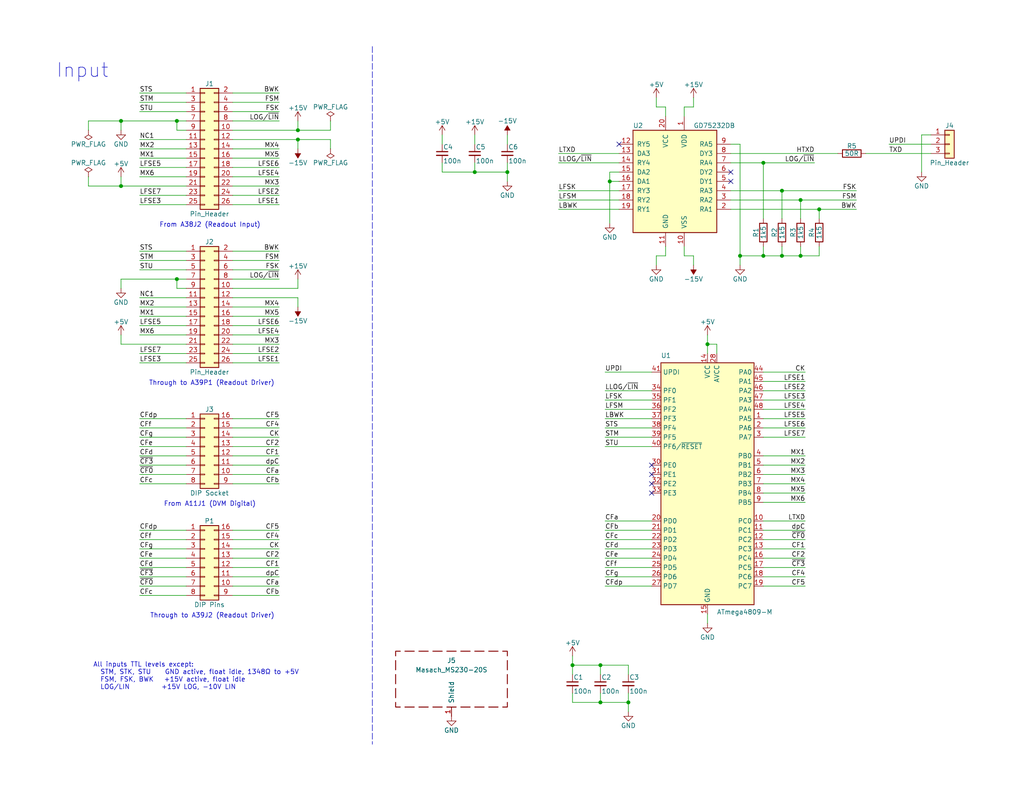
<source format=kicad_sch>
(kicad_sch (version 20211123) (generator eeschema)
  (paper "USLetter")
  (title_block (title "HP8565A Front Panel to Serial") (date "2023-07-06") (rev "1.0") (company "© 2023 Sam Hanes, licensed under CERN-OHL-P v2") (comment 1 "https://github.com/Elemecca/hp8565"))
  (lib_symbols
    (symbol "Connector_Generic:Conn_01x03" (pin_names (offset 1.016) hide)
      (property "Reference" "J" (at 0 5.08 0))
      (property "Value" "Conn_01x03" (at 0 -5.08 0))
      (symbol "Conn_01x03_1_1"
        (rectangle (start -1.27 -2.413) (end 0 -2.667) (stroke (width 0.1524)))
        (rectangle (start -1.27 0.127) (end 0 -0.127) (stroke (width 0.1524)))
        (rectangle (start -1.27 2.667) (end 0 2.413) (stroke (width 0.1524)))
        (rectangle (start -1.27 3.81) (end 1.27 -3.81) (stroke (width 0.254)) (fill (type background)))
        (pin passive line (at -5.08 2.54 0) (length 3.81) (name "Pin_1") (number "1"))
        (pin passive line (at -5.08 0 0) (length 3.81) (name "Pin_2") (number "2"))
        (pin passive line (at -5.08 -2.54 0) (length 3.81) (name "Pin_3") (number "3"))
      )
    )
    (symbol "Connector_Generic:Conn_02x08_Counter_Clockwise" (pin_names (offset 1.016) hide)
      (property "Reference" "J" (at 1.27 10.16 0))
      (property "Value" "Conn_02x08_Counter_Clockwise" (at 1.27 -12.7 0))
      (symbol "Conn_02x08_Counter_Clockwise_1_1"
        (rectangle (start -1.27 -10.033) (end 0 -10.287) (stroke (width 0.1524)))
        (rectangle (start -1.27 -7.493) (end 0 -7.747) (stroke (width 0.1524)))
        (rectangle (start -1.27 -4.953) (end 0 -5.207) (stroke (width 0.1524)))
        (rectangle (start -1.27 -2.413) (end 0 -2.667) (stroke (width 0.1524)))
        (rectangle (start -1.27 0.127) (end 0 -0.127) (stroke (width 0.1524)))
        (rectangle (start -1.27 2.667) (end 0 2.413) (stroke (width 0.1524)))
        (rectangle (start -1.27 5.207) (end 0 4.953) (stroke (width 0.1524)))
        (rectangle (start -1.27 7.747) (end 0 7.493) (stroke (width 0.1524)))
        (rectangle (start -1.27 8.89) (end 3.81 -11.43) (stroke (width 0.254)) (fill (type background)))
        (rectangle (start 3.81 -10.033) (end 2.54 -10.287) (stroke (width 0.1524)))
        (rectangle (start 3.81 -7.493) (end 2.54 -7.747) (stroke (width 0.1524)))
        (rectangle (start 3.81 -4.953) (end 2.54 -5.207) (stroke (width 0.1524)))
        (rectangle (start 3.81 -2.413) (end 2.54 -2.667) (stroke (width 0.1524)))
        (rectangle (start 3.81 0.127) (end 2.54 -0.127) (stroke (width 0.1524)))
        (rectangle (start 3.81 2.667) (end 2.54 2.413) (stroke (width 0.1524)))
        (rectangle (start 3.81 5.207) (end 2.54 4.953) (stroke (width 0.1524)))
        (rectangle (start 3.81 7.747) (end 2.54 7.493) (stroke (width 0.1524)))
        (pin passive line (at -5.08 7.62 0) (length 3.81) (name "Pin_1") (number "1"))
        (pin passive line (at 7.62 -7.62 180) (length 3.81) (name "Pin_10") (number "10"))
        (pin passive line (at 7.62 -5.08 180) (length 3.81) (name "Pin_11") (number "11"))
        (pin passive line (at 7.62 -2.54 180) (length 3.81) (name "Pin_12") (number "12"))
        (pin passive line (at 7.62 0 180) (length 3.81) (name "Pin_13") (number "13"))
        (pin passive line (at 7.62 2.54 180) (length 3.81) (name "Pin_14") (number "14"))
        (pin passive line (at 7.62 5.08 180) (length 3.81) (name "Pin_15") (number "15"))
        (pin passive line (at 7.62 7.62 180) (length 3.81) (name "Pin_16") (number "16"))
        (pin passive line (at -5.08 5.08 0) (length 3.81) (name "Pin_2") (number "2"))
        (pin passive line (at -5.08 2.54 0) (length 3.81) (name "Pin_3") (number "3"))
        (pin passive line (at -5.08 0 0) (length 3.81) (name "Pin_4") (number "4"))
        (pin passive line (at -5.08 -2.54 0) (length 3.81) (name "Pin_5") (number "5"))
        (pin passive line (at -5.08 -5.08 0) (length 3.81) (name "Pin_6") (number "6"))
        (pin passive line (at -5.08 -7.62 0) (length 3.81) (name "Pin_7") (number "7"))
        (pin passive line (at -5.08 -10.16 0) (length 3.81) (name "Pin_8") (number "8"))
        (pin passive line (at 7.62 -10.16 180) (length 3.81) (name "Pin_9") (number "9"))
      )
    )
    (symbol "Connector_Generic:Conn_02x13_Odd_Even" (pin_names (offset 1.016) hide)
      (property "Reference" "J" (at 1.27 17.78 0))
      (property "Value" "Conn_02x13_Odd_Even" (at 1.27 -17.78 0))
      (symbol "Conn_02x13_Odd_Even_1_1"
        (rectangle (start -1.27 -15.113) (end 0 -15.367) (stroke (width 0.1524)))
        (rectangle (start -1.27 -12.573) (end 0 -12.827) (stroke (width 0.1524)))
        (rectangle (start -1.27 -10.033) (end 0 -10.287) (stroke (width 0.1524)))
        (rectangle (start -1.27 -7.493) (end 0 -7.747) (stroke (width 0.1524)))
        (rectangle (start -1.27 -4.953) (end 0 -5.207) (stroke (width 0.1524)))
        (rectangle (start -1.27 -2.413) (end 0 -2.667) (stroke (width 0.1524)))
        (rectangle (start -1.27 0.127) (end 0 -0.127) (stroke (width 0.1524)))
        (rectangle (start -1.27 2.667) (end 0 2.413) (stroke (width 0.1524)))
        (rectangle (start -1.27 5.207) (end 0 4.953) (stroke (width 0.1524)))
        (rectangle (start -1.27 7.747) (end 0 7.493) (stroke (width 0.1524)))
        (rectangle (start -1.27 10.287) (end 0 10.033) (stroke (width 0.1524)))
        (rectangle (start -1.27 12.827) (end 0 12.573) (stroke (width 0.1524)))
        (rectangle (start -1.27 15.367) (end 0 15.113) (stroke (width 0.1524)))
        (rectangle (start -1.27 16.51) (end 3.81 -16.51) (stroke (width 0.254)) (fill (type background)))
        (rectangle (start 3.81 -15.113) (end 2.54 -15.367) (stroke (width 0.1524)))
        (rectangle (start 3.81 -12.573) (end 2.54 -12.827) (stroke (width 0.1524)))
        (rectangle (start 3.81 -10.033) (end 2.54 -10.287) (stroke (width 0.1524)))
        (rectangle (start 3.81 -7.493) (end 2.54 -7.747) (stroke (width 0.1524)))
        (rectangle (start 3.81 -4.953) (end 2.54 -5.207) (stroke (width 0.1524)))
        (rectangle (start 3.81 -2.413) (end 2.54 -2.667) (stroke (width 0.1524)))
        (rectangle (start 3.81 0.127) (end 2.54 -0.127) (stroke (width 0.1524)))
        (rectangle (start 3.81 2.667) (end 2.54 2.413) (stroke (width 0.1524)))
        (rectangle (start 3.81 5.207) (end 2.54 4.953) (stroke (width 0.1524)))
        (rectangle (start 3.81 7.747) (end 2.54 7.493) (stroke (width 0.1524)))
        (rectangle (start 3.81 10.287) (end 2.54 10.033) (stroke (width 0.1524)))
        (rectangle (start 3.81 12.827) (end 2.54 12.573) (stroke (width 0.1524)))
        (rectangle (start 3.81 15.367) (end 2.54 15.113) (stroke (width 0.1524)))
        (pin passive line (at -5.08 15.24 0) (length 3.81) (name "Pin_1") (number "1"))
        (pin passive line (at 7.62 5.08 180) (length 3.81) (name "Pin_10") (number "10"))
        (pin passive line (at -5.08 2.54 0) (length 3.81) (name "Pin_11") (number "11"))
        (pin passive line (at 7.62 2.54 180) (length 3.81) (name "Pin_12") (number "12"))
        (pin passive line (at -5.08 0 0) (length 3.81) (name "Pin_13") (number "13"))
        (pin passive line (at 7.62 0 180) (length 3.81) (name "Pin_14") (number "14"))
        (pin passive line (at -5.08 -2.54 0) (length 3.81) (name "Pin_15") (number "15"))
        (pin passive line (at 7.62 -2.54 180) (length 3.81) (name "Pin_16") (number "16"))
        (pin passive line (at -5.08 -5.08 0) (length 3.81) (name "Pin_17") (number "17"))
        (pin passive line (at 7.62 -5.08 180) (length 3.81) (name "Pin_18") (number "18"))
        (pin passive line (at -5.08 -7.62 0) (length 3.81) (name "Pin_19") (number "19"))
        (pin passive line (at 7.62 15.24 180) (length 3.81) (name "Pin_2") (number "2"))
        (pin passive line (at 7.62 -7.62 180) (length 3.81) (name "Pin_20") (number "20"))
        (pin passive line (at -5.08 -10.16 0) (length 3.81) (name "Pin_21") (number "21"))
        (pin passive line (at 7.62 -10.16 180) (length 3.81) (name "Pin_22") (number "22"))
        (pin passive line (at -5.08 -12.7 0) (length 3.81) (name "Pin_23") (number "23"))
        (pin passive line (at 7.62 -12.7 180) (length 3.81) (name "Pin_24") (number "24"))
        (pin passive line (at -5.08 -15.24 0) (length 3.81) (name "Pin_25") (number "25"))
        (pin passive line (at 7.62 -15.24 180) (length 3.81) (name "Pin_26") (number "26"))
        (pin passive line (at -5.08 12.7 0) (length 3.81) (name "Pin_3") (number "3"))
        (pin passive line (at 7.62 12.7 180) (length 3.81) (name "Pin_4") (number "4"))
        (pin passive line (at -5.08 10.16 0) (length 3.81) (name "Pin_5") (number "5"))
        (pin passive line (at 7.62 10.16 180) (length 3.81) (name "Pin_6") (number "6"))
        (pin passive line (at -5.08 7.62 0) (length 3.81) (name "Pin_7") (number "7"))
        (pin passive line (at 7.62 7.62 180) (length 3.81) (name "Pin_8") (number "8"))
        (pin passive line (at -5.08 5.08 0) (length 3.81) (name "Pin_9") (number "9"))
      )
    )
    (symbol "Device:C_Small" (pin_numbers hide) (pin_names (offset 0.254) hide)
      (property "Reference" "C" (at 0.254 1.778 0))
      (property "Value" "C_Small" (at 0.254 -2.032 0))
      (symbol "C_Small_0_1"
        (polyline (pts (xy -1.524 -0.508) (xy 1.524 -0.508)) (stroke (width 0.3302)))
        (polyline (pts (xy -1.524 0.508) (xy 1.524 0.508)) (stroke (width 0.3048)))
      )
      (symbol "C_Small_1_1"
        (pin passive line (at 0 2.54 270) (length 2.032) (name "~") (number "1"))
        (pin passive line (at 0 -2.54 90) (length 2.032) (name "~") (number "2"))
      )
    )
    (symbol "Device:R" (pin_numbers hide) (pin_names (offset 0))
      (property "Reference" "R" (at 2.032 0 90))
      (property "Value" "R" (at 0 0 90))
      (symbol "R_0_1"
        (rectangle (start -1.016 -2.54) (end 1.016 2.54) (stroke (width 0.254)))
      )
      (symbol "R_1_1"
        (pin passive line (at 0 3.81 270) (length 1.27) (name "~") (number "1"))
        (pin passive line (at 0 -3.81 90) (length 1.27) (name "~") (number "2"))
      )
    )
    (symbol "Device:RFShield_OnePiece" (pin_names (offset 1.016))
      (property "Reference" "J" (at 0 5.08 0))
      (property "Value" "RFShield_OnePiece" (at 0 2.54 0))
      (symbol "RFShield_OnePiece_0_1"
        (polyline (pts (xy -15.24 -5.08) (xy -15.24 -2.54)) (stroke (width 0.254)))
        (polyline (pts (xy -15.24 -1.27) (xy -15.24 1.27)) (stroke (width 0.254)))
        (polyline (pts (xy -15.24 2.54) (xy -15.24 5.08)) (stroke (width 0.254)))
        (polyline (pts (xy -12.7 7.62) (xy -10.16 7.62)) (stroke (width 0.254)))
        (polyline (pts (xy -10.16 -7.62) (xy -12.7 -7.62)) (stroke (width 0.254)))
        (polyline (pts (xy -6.35 -7.62) (xy -8.89 -7.62)) (stroke (width 0.254)))
        (polyline (pts (xy -6.35 7.62) (xy -8.89 7.62)) (stroke (width 0.254)))
        (polyline (pts (xy -2.54 -7.62) (xy -5.08 -7.62)) (stroke (width 0.254)))
        (polyline (pts (xy -2.54 7.62) (xy -5.08 7.62)) (stroke (width 0.254)))
        (polyline (pts (xy -1.27 -7.62) (xy 1.27 -7.62)) (stroke (width 0.254)))
        (polyline (pts (xy 1.27 7.62) (xy -1.27 7.62)) (stroke (width 0.254)))
        (polyline (pts (xy 2.54 -7.62) (xy 5.08 -7.62)) (stroke (width 0.254)))
        (polyline (pts (xy 5.08 7.62) (xy 2.54 7.62)) (stroke (width 0.254)))
        (polyline (pts (xy 6.35 -7.62) (xy 8.89 -7.62)) (stroke (width 0.254)))
        (polyline (pts (xy 8.89 7.62) (xy 6.35 7.62)) (stroke (width 0.254)))
        (polyline (pts (xy 10.16 -7.62) (xy 12.7 -7.62)) (stroke (width 0.254)))
        (polyline (pts (xy 12.7 7.62) (xy 10.16 7.62)) (stroke (width 0.254)))
        (polyline (pts (xy 15.24 -5.08) (xy 15.24 -2.54)) (stroke (width 0.254)))
        (polyline (pts (xy 15.24 -1.27) (xy 15.24 1.27)) (stroke (width 0.254)))
        (polyline (pts (xy 15.24 2.54) (xy 15.24 5.08)) (stroke (width 0.254)))
        (polyline (pts (xy -15.24 6.35) (xy -15.24 7.62) (xy -13.97 7.62)) (stroke (width 0.254)))
        (polyline (pts (xy -13.97 -7.62) (xy -15.24 -7.62) (xy -15.24 -6.35)) (stroke (width 0.254)))
        (polyline (pts (xy 13.97 -7.62) (xy 15.24 -7.62) (xy 15.24 -6.35)) (stroke (width 0.254)))
        (polyline (pts (xy 15.24 6.35) (xy 15.24 7.62) (xy 13.97 7.62)) (stroke (width 0.254)))
      )
      (symbol "RFShield_OnePiece_1_1"
        (pin passive line (at 0 -10.16 90) (length 2.54) (name "Shield") (number "1"))
      )
    )
    (symbol "Interface_UART:GD75232DB" (pin_names (offset 1.016))
      (property "Reference" "U" (at -11.43 15.24 0))
      (property "Value" "GD75232DB" (at 5.08 15.24 0))
      (symbol "GD75232DB_0_1"
        (rectangle (start -11.43 13.97) (end 11.43 -13.97) (stroke (width 0.254)) (fill (type background)))
      )
      (symbol "GD75232DB_1_1"
        (pin power_in line (at 2.54 17.78 270) (length 3.81) (name "VDD") (number "1"))
        (pin power_in line (at 2.54 -17.78 90) (length 3.81) (name "VSS") (number "10"))
        (pin power_in line (at -2.54 -17.78 90) (length 3.81) (name "GND") (number "11"))
        (pin output line (at -15.24 10.16 0) (length 3.81) (name "RY5") (number "12"))
        (pin input line (at -15.24 7.62 0) (length 3.81) (name "DA3") (number "13"))
        (pin output line (at -15.24 5.08 0) (length 3.81) (name "RY4") (number "14"))
        (pin input line (at -15.24 2.54 0) (length 3.81) (name "DA2") (number "15"))
        (pin input line (at -15.24 0 0) (length 3.81) (name "DA1") (number "16"))
        (pin output line (at -15.24 -2.54 0) (length 3.81) (name "RY3") (number "17"))
        (pin output line (at -15.24 -5.08 0) (length 3.81) (name "RY2") (number "18"))
        (pin output line (at -15.24 -7.62 0) (length 3.81) (name "RY1") (number "19"))
        (pin input line (at 15.24 -7.62 180) (length 3.81) (name "RA1") (number "2"))
        (pin power_in line (at -2.54 17.78 270) (length 3.81) (name "VCC") (number "20"))
        (pin input line (at 15.24 -5.08 180) (length 3.81) (name "RA2") (number "3"))
        (pin input line (at 15.24 -2.54 180) (length 3.81) (name "RA3") (number "4"))
        (pin output line (at 15.24 0 180) (length 3.81) (name "DY1") (number "5"))
        (pin output line (at 15.24 2.54 180) (length 3.81) (name "DY2") (number "6"))
        (pin input line (at 15.24 5.08 180) (length 3.81) (name "RA4") (number "7"))
        (pin output line (at 15.24 7.62 180) (length 3.81) (name "DY3") (number "8"))
        (pin input line (at 15.24 10.16 180) (length 3.81) (name "RA5") (number "9"))
      )
    )
    (symbol "MCU_Microchip_ATmega:ATmega4809-M"
      (property "Reference" "U" (at -12.7 34.29 0))
      (property "Value" "ATmega4809-M" (at 2.54 -34.29 0))
      (symbol "ATmega4809-M_0_1"
        (rectangle (start -12.7 -33.02) (end 12.7 33.02) (stroke (width 0.254)) (fill (type background)))
      )
      (symbol "ATmega4809-M_1_1"
        (pin bidirectional line (at 15.24 17.78 180) (length 2.54) (name "PA5") (number "1"))
        (pin bidirectional line (at 15.24 -10.16 180) (length 2.54) (name "PC0") (number "10"))
        (pin bidirectional line (at 15.24 -12.7 180) (length 2.54) (name "PC1") (number "11"))
        (pin bidirectional line (at 15.24 -15.24 180) (length 2.54) (name "PC2") (number "12"))
        (pin bidirectional line (at 15.24 -17.78 180) (length 2.54) (name "PC3") (number "13"))
        (pin power_in line (at 0 35.56 270) (length 2.54) (name "VCC") (number "14"))
        (pin power_in line (at 0 -35.56 90) (length 2.54) (name "GND") (number "15"))
        (pin bidirectional line (at 15.24 -20.32 180) (length 2.54) (name "PC4") (number "16"))
        (pin bidirectional line (at 15.24 -22.86 180) (length 2.54) (name "PC5") (number "17"))
        (pin bidirectional line (at 15.24 -25.4 180) (length 2.54) (name "PC6") (number "18"))
        (pin bidirectional line (at 15.24 -27.94 180) (length 2.54) (name "PC7") (number "19"))
        (pin bidirectional line (at 15.24 15.24 180) (length 2.54) (name "PA6") (number "2"))
        (pin bidirectional line (at -15.24 -10.16 0) (length 2.54) (name "PD0") (number "20"))
        (pin bidirectional line (at -15.24 -12.7 0) (length 2.54) (name "PD1") (number "21"))
        (pin bidirectional line (at -15.24 -15.24 0) (length 2.54) (name "PD2") (number "22"))
        (pin bidirectional line (at -15.24 -17.78 0) (length 2.54) (name "PD3") (number "23"))
        (pin bidirectional line (at -15.24 -20.32 0) (length 2.54) (name "PD4") (number "24"))
        (pin bidirectional line (at -15.24 -22.86 0) (length 2.54) (name "PD5") (number "25"))
        (pin bidirectional line (at -15.24 -25.4 0) (length 2.54) (name "PD6") (number "26"))
        (pin bidirectional line (at -15.24 -27.94 0) (length 2.54) (name "PD7") (number "27"))
        (pin power_in line (at 2.54 35.56 270) (length 2.54) (name "AVCC") (number "28"))
        (pin passive line (at 0 -35.56 90) (length 2.54) hide (name "GND") (number "29"))
        (pin bidirectional line (at 15.24 12.7 180) (length 2.54) (name "PA7") (number "3"))
        (pin bidirectional line (at -15.24 5.08 0) (length 2.54) (name "PE0") (number "30"))
        (pin bidirectional line (at -15.24 2.54 0) (length 2.54) (name "PE1") (number "31"))
        (pin bidirectional line (at -15.24 0 0) (length 2.54) (name "PE2") (number "32"))
        (pin bidirectional line (at -15.24 -2.54 0) (length 2.54) (name "PE3") (number "33"))
        (pin bidirectional line (at -15.24 25.4 0) (length 2.54) (name "PF0") (number "34"))
        (pin bidirectional line (at -15.24 22.86 0) (length 2.54) (name "PF1") (number "35"))
        (pin bidirectional line (at -15.24 20.32 0) (length 2.54) (name "PF2") (number "36"))
        (pin bidirectional line (at -15.24 17.78 0) (length 2.54) (name "PF3") (number "37"))
        (pin bidirectional line (at -15.24 15.24 0) (length 2.54) (name "PF4") (number "38"))
        (pin bidirectional line (at -15.24 12.7 0) (length 2.54) (name "PF5") (number "39"))
        (pin bidirectional line (at 15.24 7.62 180) (length 2.54) (name "PB0") (number "4"))
        (pin bidirectional line (at -15.24 10.16 0) (length 2.54) (name "PF6/~{RESET}") (number "40"))
        (pin bidirectional line (at -15.24 30.48 0) (length 2.54) (name "UPDI") (number "41"))
        (pin passive line (at 0 35.56 270) (length 2.54) hide (name "VCC") (number "42"))
        (pin passive line (at 0 -35.56 90) (length 2.54) hide (name "GND") (number "43"))
        (pin bidirectional line (at 15.24 30.48 180) (length 2.54) (name "PA0") (number "44"))
        (pin bidirectional line (at 15.24 27.94 180) (length 2.54) (name "PA1") (number "45"))
        (pin bidirectional line (at 15.24 25.4 180) (length 2.54) (name "PA2") (number "46"))
        (pin bidirectional line (at 15.24 22.86 180) (length 2.54) (name "PA3") (number "47"))
        (pin bidirectional line (at 15.24 20.32 180) (length 2.54) (name "PA4") (number "48"))
        (pin passive line (at 0 -35.56 90) (length 2.54) hide (name "GND") (number "49"))
        (pin bidirectional line (at 15.24 5.08 180) (length 2.54) (name "PB1") (number "5"))
        (pin bidirectional line (at 15.24 2.54 180) (length 2.54) (name "PB2") (number "6"))
        (pin bidirectional line (at 15.24 0 180) (length 2.54) (name "PB3") (number "7"))
        (pin bidirectional line (at 15.24 -2.54 180) (length 2.54) (name "PB4") (number "8"))
        (pin bidirectional line (at 15.24 -5.08 180) (length 2.54) (name "PB5") (number "9"))
      )
    )
    (symbol "power:+15V" (power) (pin_names (offset 0))
      (property "Value" "+15V" (at 0 3.556 0))
      (symbol "+15V_0_1"
        (polyline (pts (xy -0.762 1.27) (xy 0 2.54)))
        (polyline (pts (xy 0 0) (xy 0 2.54)))
        (polyline (pts (xy 0 2.54) (xy 0.762 1.27)))
      )
      (symbol "+15V_1_1"
        (pin power_in line (at 0 0 90) (length 0) hide (name "+15V") (number "1"))
      )
    )
    (symbol "power:+5V" (power) (pin_names (offset 0))
      (property "Value" "+5V" (at 0 3.556 0))
      (symbol "+5V_0_1"
        (polyline (pts (xy -0.762 1.27) (xy 0 2.54)))
        (polyline (pts (xy 0 0) (xy 0 2.54)))
        (polyline (pts (xy 0 2.54) (xy 0.762 1.27)))
      )
      (symbol "+5V_1_1"
        (pin power_in line (at 0 0 90) (length 0) hide (name "+5V") (number "1"))
      )
    )
    (symbol "power:-15V" (power) (pin_names (offset 0))
      (property "Value" "-15V" (at 0 3.81 0))
      (symbol "-15V_0_0"
        (pin power_in line (at 0 0 90) (length 0) hide (name "-15V") (number "1"))
      )
      (symbol "-15V_0_1"
        (polyline (pts (xy 0 0) (xy 0 1.27) (xy 0.762 1.27) (xy 0 2.54) (xy -0.762 1.27) (xy 0 1.27)) (fill (type outline)))
      )
    )
    (symbol "power:GND" (power) (pin_names (offset 0))
      (property "Value" "GND" (at 0 -3.81 0))
      (symbol "GND_0_1"
        (polyline (pts (xy 0 0) (xy 0 -1.27) (xy 1.27 -1.27) (xy 0 -2.54) (xy -1.27 -1.27) (xy 0 -1.27)))
      )
      (symbol "GND_1_1"
        (pin power_in line (at 0 0 270) (length 0) hide (name "GND") (number "1"))
      )
    )
    (symbol "power:PWR_FLAG" (power) (pin_numbers hide) (pin_names (offset 0) hide)
      (property "Value" "PWR_FLAG" (at 0 3.81 0))
      (symbol "PWR_FLAG_0_0"
        (pin power_out line (at 0 0 90) (length 0) (name "pwr") (number "1"))
      )
      (symbol "PWR_FLAG_0_1"
        (polyline (pts (xy 0 0) (xy 0 1.27) (xy -1.016 1.905) (xy 0 2.54) (xy 1.016 1.905) (xy 0 1.27)))
      )
    )
  )
  (junction (at 33.02 50.8))
  (junction (at 129.54 46.99))
  (junction (at 166.37 49.53))
  (junction (at 208.28 44.45))
  (junction (at 193.04 93.98))
  (junction (at 33.02 33.02))
  (junction (at 48.26 76.2))
  (junction (at 81.28 38.1))
  (junction (at 171.45 191.77))
  (junction (at 156.21 181.61))
  (junction (at 208.28 69.85))
  (junction (at 163.83 181.61))
  (junction (at 81.28 35.56))
  (junction (at 201.93 69.85))
  (junction (at 213.36 69.85))
  (junction (at 218.44 54.61))
  (junction (at 163.83 191.77))
  (junction (at 138.43 46.99))
  (junction (at 48.26 33.02))
  (junction (at 213.36 52.07))
  (junction (at 223.52 57.15))
  (junction (at 218.44 69.85))
  (no_connect (at 168.91 39.37))
  (no_connect (at 199.39 46.99))
  (no_connect (at 199.39 49.53))
  (no_connect (at 177.8 127))
  (no_connect (at 177.8 134.62))
  (no_connect (at 177.8 129.54))
  (no_connect (at 177.8 132.08))
  (wire (pts (xy 24.13 33.02) (xy 33.02 33.02)))
  (wire (pts (xy 90.17 35.56) (xy 81.28 35.56)))
  (wire (pts (xy 208.28 127) (xy 219.71 127)))
  (wire (pts (xy 208.28 137.16) (xy 219.71 137.16)))
  (wire (pts (xy 63.5 35.56) (xy 81.28 35.56)))
  (wire (pts (xy 63.5 121.92) (xy 76.2 121.92)))
  (wire (pts (xy 165.1 160.02) (xy 177.8 160.02)))
  (wire (pts (xy 63.5 25.4) (xy 76.2 25.4)))
  (wire (pts (xy 218.44 69.85) (xy 213.36 69.85)))
  (wire (pts (xy 165.1 144.78) (xy 177.8 144.78)))
  (wire (pts (xy 208.28 132.08) (xy 219.71 132.08)))
  (wire (pts (xy 208.28 101.6) (xy 219.71 101.6)))
  (wire (pts (xy 38.1 132.08) (xy 50.8 132.08)))
  (wire (pts (xy 63.5 93.98) (xy 76.2 93.98)))
  (wire (pts (xy 199.39 44.45) (xy 208.28 44.45)))
  (wire (pts (xy 38.1 162.56) (xy 50.8 162.56)))
  (wire (pts (xy 63.5 45.72) (xy 76.2 45.72)))
  (wire (pts (xy 63.5 154.94) (xy 76.2 154.94)))
  (wire (pts (xy 152.4 44.45) (xy 168.91 44.45)))
  (wire (pts (xy 165.1 109.22) (xy 177.8 109.22)))
  (wire (pts (xy 63.5 68.58) (xy 76.2 68.58)))
  (wire (pts (xy 223.52 67.31) (xy 223.52 69.85)))
  (wire (pts (xy 165.1 157.48) (xy 177.8 157.48)))
  (wire (pts (xy 50.8 35.56) (xy 48.26 35.56)))
  (wire (pts (xy 90.17 38.1) (xy 81.28 38.1)))
  (wire (pts (xy 81.28 78.74) (xy 81.28 76.2)))
  (wire (pts (xy 165.1 149.86) (xy 177.8 149.86)))
  (wire (pts (xy 171.45 191.77) (xy 171.45 189.23)))
  (wire (pts (xy 38.1 96.52) (xy 50.8 96.52)))
  (wire (pts (xy 63.5 129.54) (xy 76.2 129.54)))
  (wire (pts (xy 38.1 116.84) (xy 50.8 116.84)))
  (wire (pts (xy 63.5 91.44) (xy 76.2 91.44)))
  (wire (pts (xy 208.28 114.3) (xy 219.71 114.3)))
  (wire (pts (xy 63.5 147.32) (xy 76.2 147.32)))
  (wire (pts (xy 199.39 54.61) (xy 218.44 54.61)))
  (wire (pts (xy 38.1 68.58) (xy 50.8 68.58)))
  (wire (pts (xy 38.1 152.4) (xy 50.8 152.4)))
  (wire (pts (xy 156.21 179.07) (xy 156.21 181.61)))
  (wire (pts (xy 156.21 184.15) (xy 156.21 181.61)))
  (wire (pts (xy 208.28 44.45) (xy 208.28 59.69)))
  (wire (pts (xy 120.65 36.83) (xy 120.65 39.37)))
  (wire (pts (xy 38.1 124.46) (xy 50.8 124.46)))
  (wire (pts (xy 165.1 147.32) (xy 177.8 147.32)))
  (wire (pts (xy 38.1 86.36) (xy 50.8 86.36)))
  (wire (pts (xy 165.1 106.68) (xy 177.8 106.68)))
  (wire (pts (xy 63.5 157.48) (xy 76.2 157.48)))
  (wire (pts (xy 208.28 109.22) (xy 219.71 109.22)))
  (wire (pts (xy 48.26 33.02) (xy 50.8 33.02)))
  (wire (pts (xy 38.1 71.12) (xy 50.8 71.12)))
  (wire (pts (xy 33.02 33.02) (xy 33.02 35.56)))
  (wire (pts (xy 208.28 154.94) (xy 219.71 154.94)))
  (wire (pts (xy 181.61 31.75) (xy 181.61 29.21)))
  (wire (pts (xy 213.36 52.07) (xy 213.36 59.69)))
  (wire (pts (xy 223.52 57.15) (xy 223.52 59.69)))
  (wire (pts (xy 168.91 46.99) (xy 166.37 46.99)))
  (wire (pts (xy 189.23 29.21) (xy 189.23 26.67)))
  (wire (pts (xy 156.21 181.61) (xy 163.83 181.61)))
  (wire (pts (xy 186.69 29.21) (xy 189.23 29.21)))
  (wire (pts (xy 38.1 147.32) (xy 50.8 147.32)))
  (wire (pts (xy 63.5 40.64) (xy 76.2 40.64)))
  (wire (pts (xy 63.5 124.46) (xy 76.2 124.46)))
  (wire (pts (xy 38.1 48.26) (xy 50.8 48.26)))
  (wire (pts (xy 38.1 129.54) (xy 50.8 129.54)))
  (wire (pts (xy 33.02 93.98) (xy 50.8 93.98)))
  (wire (pts (xy 166.37 49.53) (xy 166.37 60.96)))
  (wire (pts (xy 38.1 25.4) (xy 50.8 25.4)))
  (wire (pts (xy 38.1 45.72) (xy 50.8 45.72)))
  (wire (pts (xy 90.17 33.02) (xy 90.17 35.56)))
  (wire (pts (xy 138.43 46.99) (xy 138.43 49.53)))
  (wire (pts (xy 129.54 44.45) (xy 129.54 46.99)))
  (wire (pts (xy 48.26 35.56) (xy 48.26 33.02)))
  (wire (pts (xy 63.5 144.78) (xy 76.2 144.78)))
  (wire (pts (xy 208.28 157.48) (xy 219.71 157.48)))
  (wire (pts (xy 63.5 30.48) (xy 76.2 30.48)))
  (wire (pts (xy 129.54 36.83) (xy 129.54 39.37)))
  (wire (pts (xy 63.5 71.12) (xy 76.2 71.12)))
  (wire (pts (xy 208.28 149.86) (xy 219.71 149.86)))
  (wire (pts (xy 38.1 114.3) (xy 50.8 114.3)))
  (wire (pts (xy 208.28 160.02) (xy 219.71 160.02)))
  (wire (pts (xy 33.02 91.44) (xy 33.02 93.98)))
  (wire (pts (xy 38.1 40.64) (xy 50.8 40.64)))
  (wire (pts (xy 251.46 36.83) (xy 251.46 46.99)))
  (wire (pts (xy 81.28 81.28) (xy 81.28 83.82)))
  (wire (pts (xy 218.44 54.61) (xy 233.68 54.61)))
  (wire (pts (xy 199.39 41.91) (xy 228.6 41.91)))
  (polyline (pts (xy 101.6 12.7) (xy 101.6 203.2)))
  (wire (pts (xy 223.52 57.15) (xy 233.68 57.15)))
  (wire (pts (xy 152.4 52.07) (xy 168.91 52.07)))
  (wire (pts (xy 168.91 49.53) (xy 166.37 49.53)))
  (wire (pts (xy 50.8 78.74) (xy 48.26 78.74)))
  (wire (pts (xy 63.5 149.86) (xy 76.2 149.86)))
  (wire (pts (xy 195.58 93.98) (xy 193.04 93.98)))
  (wire (pts (xy 152.4 57.15) (xy 168.91 57.15)))
  (wire (pts (xy 186.69 69.85) (xy 189.23 69.85)))
  (wire (pts (xy 38.1 157.48) (xy 50.8 157.48)))
  (wire (pts (xy 63.5 78.74) (xy 81.28 78.74)))
  (wire (pts (xy 199.39 52.07) (xy 213.36 52.07)))
  (wire (pts (xy 120.65 46.99) (xy 129.54 46.99)))
  (wire (pts (xy 63.5 162.56) (xy 76.2 162.56)))
  (wire (pts (xy 165.1 119.38) (xy 177.8 119.38)))
  (wire (pts (xy 24.13 48.26) (xy 24.13 50.8)))
  (wire (pts (xy 165.1 116.84) (xy 177.8 116.84)))
  (wire (pts (xy 38.1 127) (xy 50.8 127)))
  (wire (pts (xy 193.04 93.98) (xy 193.04 96.52)))
  (wire (pts (xy 63.5 88.9) (xy 76.2 88.9)))
  (wire (pts (xy 63.5 152.4) (xy 76.2 152.4)))
  (wire (pts (xy 208.28 134.62) (xy 219.71 134.62)))
  (wire (pts (xy 208.28 142.24) (xy 219.71 142.24)))
  (wire (pts (xy 33.02 50.8) (xy 50.8 50.8)))
  (wire (pts (xy 165.1 154.94) (xy 177.8 154.94)))
  (wire (pts (xy 38.1 81.28) (xy 50.8 81.28)))
  (wire (pts (xy 156.21 189.23) (xy 156.21 191.77)))
  (wire (pts (xy 33.02 76.2) (xy 33.02 78.74)))
  (wire (pts (xy 201.93 69.85) (xy 208.28 69.85)))
  (wire (pts (xy 33.02 33.02) (xy 48.26 33.02)))
  (wire (pts (xy 213.36 52.07) (xy 233.68 52.07)))
  (wire (pts (xy 165.1 152.4) (xy 177.8 152.4)))
  (wire (pts (xy 63.5 43.18) (xy 76.2 43.18)))
  (wire (pts (xy 208.28 67.31) (xy 208.28 69.85)))
  (wire (pts (xy 179.07 29.21) (xy 179.07 26.67)))
  (wire (pts (xy 63.5 127) (xy 76.2 127)))
  (wire (pts (xy 38.1 73.66) (xy 50.8 73.66)))
  (wire (pts (xy 63.5 73.66) (xy 76.2 73.66)))
  (wire (pts (xy 63.5 96.52) (xy 76.2 96.52)))
  (wire (pts (xy 186.69 31.75) (xy 186.69 29.21)))
  (wire (pts (xy 186.69 67.31) (xy 186.69 69.85)))
  (wire (pts (xy 199.39 57.15) (xy 223.52 57.15)))
  (wire (pts (xy 63.5 160.02) (xy 76.2 160.02)))
  (wire (pts (xy 48.26 78.74) (xy 48.26 76.2)))
  (wire (pts (xy 120.65 44.45) (xy 120.65 46.99)))
  (wire (pts (xy 38.1 99.06) (xy 50.8 99.06)))
  (wire (pts (xy 165.1 101.6) (xy 177.8 101.6)))
  (wire (pts (xy 208.28 119.38) (xy 219.71 119.38)))
  (wire (pts (xy 171.45 191.77) (xy 171.45 194.31)))
  (wire (pts (xy 236.22 41.91) (xy 254 41.91)))
  (wire (pts (xy 63.5 33.02) (xy 76.2 33.02)))
  (wire (pts (xy 33.02 48.26) (xy 33.02 50.8)))
  (wire (pts (xy 181.61 29.21) (xy 179.07 29.21)))
  (wire (pts (xy 38.1 30.48) (xy 50.8 30.48)))
  (wire (pts (xy 166.37 46.99) (xy 166.37 49.53)))
  (wire (pts (xy 181.61 69.85) (xy 179.07 69.85)))
  (wire (pts (xy 163.83 181.61) (xy 163.83 184.15)))
  (wire (pts (xy 193.04 167.64) (xy 193.04 170.18)))
  (wire (pts (xy 201.93 69.85) (xy 201.93 72.39)))
  (wire (pts (xy 208.28 44.45) (xy 222.25 44.45)))
  (wire (pts (xy 63.5 50.8) (xy 76.2 50.8)))
  (wire (pts (xy 81.28 35.56) (xy 81.28 33.02)))
  (wire (pts (xy 213.36 69.85) (xy 208.28 69.85)))
  (wire (pts (xy 38.1 119.38) (xy 50.8 119.38)))
  (wire (pts (xy 63.5 99.06) (xy 76.2 99.06)))
  (wire (pts (xy 163.83 189.23) (xy 163.83 191.77)))
  (wire (pts (xy 165.1 111.76) (xy 177.8 111.76)))
  (wire (pts (xy 38.1 38.1) (xy 50.8 38.1)))
  (wire (pts (xy 38.1 27.94) (xy 50.8 27.94)))
  (wire (pts (xy 24.13 35.56) (xy 24.13 33.02)))
  (wire (pts (xy 38.1 160.02) (xy 50.8 160.02)))
  (wire (pts (xy 38.1 53.34) (xy 50.8 53.34)))
  (wire (pts (xy 63.5 81.28) (xy 81.28 81.28)))
  (wire (pts (xy 208.28 147.32) (xy 219.71 147.32)))
  (wire (pts (xy 63.5 48.26) (xy 76.2 48.26)))
  (wire (pts (xy 193.04 91.44) (xy 193.04 93.98)))
  (wire (pts (xy 218.44 67.31) (xy 218.44 69.85)))
  (wire (pts (xy 171.45 181.61) (xy 171.45 184.15)))
  (wire (pts (xy 242.57 39.37) (xy 254 39.37)))
  (wire (pts (xy 63.5 53.34) (xy 76.2 53.34)))
  (wire (pts (xy 24.13 50.8) (xy 33.02 50.8)))
  (wire (pts (xy 208.28 104.14) (xy 219.71 104.14)))
  (wire (pts (xy 208.28 152.4) (xy 219.71 152.4)))
  (wire (pts (xy 152.4 54.61) (xy 168.91 54.61)))
  (wire (pts (xy 38.1 88.9) (xy 50.8 88.9)))
  (wire (pts (xy 181.61 67.31) (xy 181.61 69.85)))
  (wire (pts (xy 48.26 76.2) (xy 50.8 76.2)))
  (wire (pts (xy 218.44 54.61) (xy 218.44 59.69)))
  (wire (pts (xy 163.83 191.77) (xy 171.45 191.77)))
  (wire (pts (xy 179.07 69.85) (xy 179.07 72.39)))
  (wire (pts (xy 38.1 121.92) (xy 50.8 121.92)))
  (wire (pts (xy 38.1 91.44) (xy 50.8 91.44)))
  (wire (pts (xy 254 36.83) (xy 251.46 36.83)))
  (wire (pts (xy 165.1 121.92) (xy 177.8 121.92)))
  (wire (pts (xy 223.52 69.85) (xy 218.44 69.85)))
  (wire (pts (xy 208.28 116.84) (xy 219.71 116.84)))
  (wire (pts (xy 201.93 39.37) (xy 201.93 69.85)))
  (wire (pts (xy 129.54 46.99) (xy 138.43 46.99)))
  (wire (pts (xy 156.21 191.77) (xy 163.83 191.77)))
  (wire (pts (xy 138.43 36.83) (xy 138.43 39.37)))
  (wire (pts (xy 208.28 106.68) (xy 219.71 106.68)))
  (wire (pts (xy 208.28 144.78) (xy 219.71 144.78)))
  (wire (pts (xy 165.1 142.24) (xy 177.8 142.24)))
  (wire (pts (xy 63.5 114.3) (xy 76.2 114.3)))
  (wire (pts (xy 90.17 40.64) (xy 90.17 38.1)))
  (wire (pts (xy 63.5 119.38) (xy 76.2 119.38)))
  (wire (pts (xy 208.28 129.54) (xy 219.71 129.54)))
  (wire (pts (xy 208.28 124.46) (xy 219.71 124.46)))
  (wire (pts (xy 208.28 111.76) (xy 219.71 111.76)))
  (wire (pts (xy 195.58 96.52) (xy 195.58 93.98)))
  (wire (pts (xy 213.36 67.31) (xy 213.36 69.85)))
  (wire (pts (xy 152.4 41.91) (xy 168.91 41.91)))
  (wire (pts (xy 63.5 132.08) (xy 76.2 132.08)))
  (wire (pts (xy 63.5 55.88) (xy 76.2 55.88)))
  (wire (pts (xy 163.83 181.61) (xy 171.45 181.61)))
  (wire (pts (xy 63.5 86.36) (xy 76.2 86.36)))
  (wire (pts (xy 63.5 83.82) (xy 76.2 83.82)))
  (wire (pts (xy 165.1 114.3) (xy 177.8 114.3)))
  (wire (pts (xy 63.5 27.94) (xy 76.2 27.94)))
  (wire (pts (xy 63.5 76.2) (xy 76.2 76.2)))
  (wire (pts (xy 38.1 43.18) (xy 50.8 43.18)))
  (wire (pts (xy 38.1 55.88) (xy 50.8 55.88)))
  (wire (pts (xy 63.5 116.84) (xy 76.2 116.84)))
  (wire (pts (xy 33.02 76.2) (xy 48.26 76.2)))
  (wire (pts (xy 38.1 144.78) (xy 50.8 144.78)))
  (wire (pts (xy 81.28 38.1) (xy 81.28 40.64)))
  (wire (pts (xy 199.39 39.37) (xy 201.93 39.37)))
  (wire (pts (xy 189.23 69.85) (xy 189.23 72.39)))
  (wire (pts (xy 38.1 83.82) (xy 50.8 83.82)))
  (wire (pts (xy 38.1 154.94) (xy 50.8 154.94)))
  (wire (pts (xy 138.43 44.45) (xy 138.43 46.99)))
  (wire (pts (xy 38.1 149.86) (xy 50.8 149.86)))
  (wire (pts (xy 63.5 38.1) (xy 81.28 38.1)))
  (text "From A38J2 (Readout Input)" (at 71.12 62.23 180) (effects (font (size 1.27 1.27)) (justify right bottom)))
  (text "From A11J1 (DVM Digital)" (at 69.85 138.43 180) (effects (font (size 1.27 1.27)) (justify right bottom)))
  (text "Through to A39J2 (Readout Driver)" (at 74.93 168.91 180) (effects (font (size 1.27 1.27)) (justify right bottom)))
  (text "Input" (at 15.24 21.59 0) (effects (font (size 3.81 3.81)) (justify left bottom)))
  (text "Through to A39P1 (Readout Driver)" (at 74.93 105.41 180) (effects (font (size 1.27 1.27)) (justify right bottom)))
  (text "All inputs TTL levels except:\n  STM, STK, STU    GND active, float idle, 1348Ω to +5V\n  FSM, FSK, BWK   +15V active, float idle\n  LOG/LIN         +15V LOG, -10V LIN\n  " (at 25.4 190.5 0) (effects (font (size 1.27 1.27)) (justify left bottom)))
  (label "LFSE3" (at 38.1 99.06 0))
  (label "CF2" (at 76.2 121.92 180))
  (label "UPDI" (at 242.57 39.37 0))
  (label "LFSE7" (at 38.1 53.34 0))
  (label "CFb" (at 76.2 162.56 180))
  (label "LFSM" (at 152.4 54.61 0))
  (label "CFd" (at 165.1 149.86 0))
  (label "FSK" (at 233.68 52.07 180))
  (label "LFSE5" (at 38.1 45.72 0))
  (label "~{CF0}" (at 38.1 160.02 0))
  (label "LFSK" (at 165.1 109.22 0))
  (label "MX3" (at 76.2 93.98 180))
  (label "CFd" (at 38.1 124.46 0))
  (label "LFSE6" (at 76.2 45.72 180))
  (label "MX2" (at 219.71 127 180))
  (label "CK" (at 76.2 119.38 180))
  (label "CFdp" (at 38.1 144.78 0))
  (label "CF2" (at 76.2 152.4 180))
  (label "CF5" (at 76.2 114.3 180))
  (label "MX4" (at 76.2 40.64 180))
  (label "UPDI" (at 165.1 101.6 0))
  (label "BWK" (at 233.68 57.15 180))
  (label "CF1" (at 76.2 154.94 180))
  (label "CF5" (at 76.2 144.78 180))
  (label "MX1" (at 38.1 86.36 0))
  (label "FSK" (at 76.2 30.48 180))
  (label "STS" (at 165.1 116.84 0))
  (label "LTXD" (at 219.71 142.24 180))
  (label "LFSE4" (at 219.71 111.76 180))
  (label "BWK" (at 76.2 25.4 180))
  (label "LFSE5" (at 38.1 88.9 0))
  (label "LBWK" (at 152.4 57.15 0))
  (label "FSM" (at 76.2 27.94 180))
  (label "STU" (at 165.1 121.92 0))
  (label "STS" (at 38.1 25.4 0))
  (label "CFc" (at 165.1 147.32 0))
  (label "LFSM" (at 165.1 111.76 0))
  (label "MX1" (at 38.1 43.18 0))
  (label "FSM" (at 76.2 71.12 180))
  (label "dpC" (at 219.71 144.78 180))
  (label "CFe" (at 38.1 121.92 0))
  (label "CF4" (at 219.71 157.48 180))
  (label "LFSE7" (at 38.1 96.52 0))
  (label "MX6" (at 219.71 137.16 180))
  (label "CK" (at 219.71 101.6 180))
  (label "MX6" (at 38.1 48.26 0))
  (label "LLOG{slash}~{LIN}" (at 165.1 106.68 0))
  (label "CFb" (at 76.2 132.08 180))
  (label "LFSE6" (at 76.2 88.9 180))
  (label "CFe" (at 38.1 152.4 0))
  (label "CFc" (at 38.1 132.08 0))
  (label "CFd" (at 38.1 154.94 0))
  (label "MX6" (at 38.1 91.44 0))
  (label "STM" (at 38.1 71.12 0))
  (label "CFa" (at 165.1 142.24 0))
  (label "LFSE3" (at 219.71 109.22 180))
  (label "MX2" (at 38.1 83.82 0))
  (label "CFdp" (at 38.1 114.3 0))
  (label "dpC" (at 76.2 157.48 180))
  (label "CFa" (at 76.2 160.02 180))
  (label "CF4" (at 76.2 116.84 180))
  (label "~{CF3}" (at 219.71 154.94 180))
  (label "HTXD" (at 222.25 41.91 180))
  (label "~{CF0}" (at 38.1 129.54 0))
  (label "CFf" (at 165.1 154.94 0))
  (label "CFa" (at 76.2 129.54 180))
  (label "NC1" (at 38.1 38.1 0))
  (label "LFSE4" (at 76.2 91.44 180))
  (label "LLOG{slash}~{LIN}" (at 152.4 44.45 0))
  (label "LFSE1" (at 76.2 99.06 180))
  (label "LFSE6" (at 219.71 116.84 180))
  (label "MX2" (at 38.1 40.64 0))
  (label "NC1" (at 38.1 81.28 0))
  (label "CFg" (at 165.1 157.48 0))
  (label "FSK" (at 76.2 73.66 180))
  (label "CF2" (at 219.71 152.4 180))
  (label "MX5" (at 219.71 134.62 180))
  (label "CF1" (at 219.71 149.86 180))
  (label "LFSE2" (at 76.2 53.34 180))
  (label "STU" (at 38.1 73.66 0))
  (label "STU" (at 38.1 30.48 0))
  (label "CFc" (at 38.1 162.56 0))
  (label "LFSE1" (at 76.2 55.88 180))
  (label "LFSE4" (at 76.2 48.26 180))
  (label "TXD" (at 242.57 41.91 0))
  (label "CFf" (at 38.1 147.32 0))
  (label "CFg" (at 38.1 119.38 0))
  (label "LFSK" (at 152.4 52.07 0))
  (label "STS" (at 38.1 68.58 0))
  (label "MX1" (at 219.71 124.46 180))
  (label "CFe" (at 165.1 152.4 0))
  (label "LOG{slash}~{LIN}" (at 76.2 33.02 180))
  (label "CK" (at 76.2 149.86 180))
  (label "MX5" (at 76.2 43.18 180))
  (label "CF4" (at 76.2 147.32 180))
  (label "CF5" (at 219.71 160.02 180))
  (label "MX5" (at 76.2 86.36 180))
  (label "FSM" (at 233.68 54.61 180))
  (label "LFSE2" (at 219.71 106.68 180))
  (label "CFg" (at 38.1 149.86 0))
  (label "LFSE7" (at 219.71 119.38 180))
  (label "~{CF3}" (at 38.1 127 0))
  (label "LFSE5" (at 219.71 114.3 180))
  (label "dpC" (at 76.2 127 180))
  (label "~{CF0}" (at 219.71 147.32 180))
  (label "LTXD" (at 152.4 41.91 0))
  (label "LBWK" (at 165.1 114.3 0))
  (label "MX4" (at 219.71 132.08 180))
  (label "CFb" (at 165.1 144.78 0))
  (label "CFf" (at 38.1 116.84 0))
  (label "STM" (at 165.1 119.38 0))
  (label "LOG{slash}~{LIN}" (at 76.2 76.2 180))
  (label "CF1" (at 76.2 124.46 180))
  (label "MX4" (at 76.2 83.82 180))
  (label "MX3" (at 76.2 50.8 180))
  (label "LFSE2" (at 76.2 96.52 180))
  (label "MX3" (at 219.71 129.54 180))
  (label "~{CF3}" (at 38.1 157.48 0))
  (label "LFSE1" (at 219.71 104.14 180))
  (label "LFSE3" (at 38.1 55.88 0))
  (label "LOG{slash}~{LIN}" (at 222.25 44.45 180))
  (label "STM" (at 38.1 27.94 0))
  (label "BWK" (at 76.2 68.58 180))
  (label "CFdp" (at 165.1 160.02 0))
  (symbol (lib_id "MCU_Microchip_ATmega:ATmega4809-M") (at 193.04 132.08 0) (unit 1)
    (property "Reference" "U1" (at 180.34 97.79 0) (effects (justify left bottom)))
    (property "Value" "ATmega4809-M" (at 195.58 166.37 0) (effects (justify left top)))
    (property "Footprint" "Package_DFN_QFN:UQFN-48-1EP_6x6mm_P0.4mm_EP4.62x4.62mm" (effects hide))
    (property "Datasheet" "http://ww1.microchip.com/downloads/en/DeviceDoc/40002016A.pdf" (effects hide))
  )
  (symbol (lib_id "Device:C_Small") (at 171.45 186.69 0) (unit 1)
    (property "Reference" "C3" (at 171.704 184.912 0) (effects (justify left)))
    (property "Value" "100n" (at 171.704 188.722 0) (effects (justify left)))
    (property "Footprint" "Capacitor_SMD:C_0402_1005Metric" (effects hide))
  )
  (symbol (lib_id "Device:C_Small") (at 138.43 41.91 0) (unit 1)
    (property "Reference" "C6" (at 138.684 40.132 0) (effects (justify left)))
    (property "Value" "100n" (at 138.684 43.942 0) (effects (justify left)))
    (property "Footprint" "Capacitor_SMD:C_0402_1005Metric" (effects hide))
  )
  (symbol (lib_id "power:GND") (at 33.02 78.74 0) (unit 1)
    (property "Reference" "#PWR0107" (effects hide))
    (property "Value" "GND" (at 33.02 82.55 0))
  )
  (symbol (lib_id "Device:R") (at 208.28 63.5 180) (unit 1)
    (property "Reference" "R1" (at 206.248 63.5 90))
    (property "Value" "1k5" (at 208.28 63.5 90))
    (property "Footprint" "Resistor_SMD:R_0402_1005Metric" (effects hide))
  )
  (symbol (lib_id "power:GND") (at 193.04 170.18 0) (unit 1)
    (property "Reference" "#PWR0109" (effects hide))
    (property "Value" "GND" (at 193.04 173.99 0))
  )
  (symbol (lib_id "Device:R") (at 218.44 63.5 180) (unit 1)
    (property "Reference" "R3" (at 216.408 63.5 90))
    (property "Value" "1k5" (at 218.44 63.5 90))
    (property "Footprint" "Resistor_SMD:R_0402_1005Metric" (effects hide))
  )
  (symbol (lib_id "power:+5V") (at 120.65 36.83 0) (unit 1)
    (property "Reference" "#PWR04" (effects hide))
    (property "Value" "+5V" (at 120.65 33.274 0))
  )
  (symbol (lib_id "Device:C_Small") (at 120.65 41.91 0) (unit 1)
    (property "Reference" "C4" (at 120.904 40.132 0) (effects (justify left)))
    (property "Value" "100n" (at 120.904 43.942 0) (effects (justify left)))
    (property "Footprint" "Capacitor_SMD:C_0402_1005Metric" (effects hide))
  )
  (symbol (lib_id "power:PWR_FLAG") (at 24.13 48.26 0) (unit 1)
    (property "Reference" "#FLG0102" (effects hide))
    (property "Value" "PWR_FLAG" (at 24.13 44.45 0))
  )
  (symbol (lib_id "power:+5V") (at 33.02 91.44 0) (unit 1)
    (property "Reference" "#PWR0108" (effects hide))
    (property "Value" "+5V" (at 33.02 87.884 0))
  )
  (symbol (lib_id "Connector_Generic:Conn_01x03") (at 259.08 39.37 0) (unit 1)
    (property "Reference" "J4" (at 259.08 34.29 0))
    (property "Value" "Pin_Header" (at 259.08 44.45 0))
    (property "Footprint" "Connector_PinHeader_2.54mm:PinHeader_1x03_P2.54mm_Horizontal" (effects hide))
  )
  (symbol (lib_id "Device:R") (at 232.41 41.91 90) (unit 1)
    (property "Reference" "R5" (at 232.41 39.878 90))
    (property "Value" "50R" (at 232.41 41.91 90))
    (property "Footprint" "Resistor_SMD:R_0402_1005Metric" (effects hide))
  )
  (symbol (lib_id "power:-15V") (at 81.28 40.64 180) (unit 1)
    (property "Reference" "#PWR0102" (effects hide))
    (property "Value" "-15V" (at 81.28 44.45 0))
  )
  (symbol (lib_id "power:+15V") (at 189.23 26.67 0) (unit 1)
    (property "Reference" "#PWR0116" (effects hide))
    (property "Value" "+15V" (at 189.23 23.114 0))
  )
  (symbol (lib_id "power:+5V") (at 33.02 48.26 0) (unit 1)
    (property "Reference" "#PWR0104" (effects hide))
    (property "Value" "+5V" (at 33.02 44.704 0))
  )
  (symbol (lib_id "power:PWR_FLAG") (at 24.13 35.56 180) (unit 1)
    (property "Reference" "#FLG0101" (effects hide))
    (property "Value" "PWR_FLAG" (at 24.13 39.37 0))
  )
  (symbol (lib_id "power:+15V") (at 81.28 33.02 0) (unit 1)
    (property "Reference" "#PWR0101" (effects hide))
    (property "Value" "+15V" (at 81.28 29.464 0))
  )
  (symbol (lib_id "Connector_Generic:Conn_02x13_Odd_Even") (at 55.88 40.64 0) (unit 1)
    (property "Reference" "J1" (at 57.15 22.86 0))
    (property "Value" "Pin_Header" (at 57.15 58.42 0))
    (property "Footprint" "Connector_PinHeader_2.54mm:PinHeader_2x13_P2.54mm_Vertical" (effects hide))
  )
  (symbol (lib_id "power:+15V") (at 81.28 76.2 0) (unit 1)
    (property "Reference" "#PWR0106" (effects hide))
    (property "Value" "+15V" (at 81.28 72.644 0))
  )
  (symbol (lib_id "power:GND") (at 251.46 46.99 0) (unit 1)
    (property "Reference" "#PWR01" (effects hide))
    (property "Value" "GND" (at 251.46 50.8 0))
  )
  (symbol (lib_id "power:+15V") (at 129.54 36.83 0) (unit 1)
    (property "Reference" "#PWR05" (effects hide))
    (property "Value" "+15V" (at 129.54 33.274 0))
  )
  (symbol (lib_id "power:GND") (at 179.07 72.39 0) (unit 1)
    (property "Reference" "#PWR0114" (effects hide))
    (property "Value" "GND" (at 179.07 76.2 0))
  )
  (symbol (lib_id "Device:R") (at 213.36 63.5 180) (unit 1)
    (property "Reference" "R2" (at 211.328 63.5 90))
    (property "Value" "1k5" (at 213.36 63.5 90))
    (property "Footprint" "Resistor_SMD:R_0402_1005Metric" (effects hide))
  )
  (symbol (lib_id "Connector_Generic:Conn_02x08_Counter_Clockwise") (at 55.88 121.92 0) (unit 1)
    (property "Reference" "J3" (at 57.15 111.76 0))
    (property "Value" "DIP Socket" (at 57.15 134.62 0))
    (property "Footprint" "Package_DIP:DIP-16_W7.62mm_Socket" (effects hide))
  )
  (symbol (lib_id "power:+5V") (at 179.07 26.67 0) (unit 1)
    (property "Reference" "#PWR0117" (effects hide))
    (property "Value" "+5V" (at 179.07 23.114 0))
  )
  (symbol (lib_id "Connector_Generic:Conn_02x08_Counter_Clockwise") (at 55.88 152.4 0) (unit 1)
    (property "Reference" "P1" (at 57.15 142.24 0))
    (property "Value" "DIP Pins" (at 57.15 165.1 0))
    (property "Footprint" "Package_DIP:DIP-16_W7.62mm" (effects hide))
  )
  (symbol (lib_id "power:GND") (at 123.19 195.58 0) (unit 1)
    (property "Reference" "#PWR0119" (effects hide))
    (property "Value" "GND" (at 123.19 199.39 0))
  )
  (symbol (lib_id "power:GND") (at 138.43 49.53 0) (unit 1)
    (property "Reference" "#PWR07" (effects hide))
    (property "Value" "GND" (at 138.43 53.34 0))
  )
  (symbol (lib_id "Device:C_Small") (at 156.21 186.69 0) (unit 1)
    (property "Reference" "C1" (at 156.464 184.912 0) (effects (justify left)))
    (property "Value" "100n" (at 156.464 188.722 0) (effects (justify left)))
    (property "Footprint" "Capacitor_SMD:C_0402_1005Metric" (effects hide))
  )
  (symbol (lib_id "power:-15V") (at 189.23 72.39 180) (unit 1)
    (property "Reference" "#PWR0113" (effects hide))
    (property "Value" "-15V" (at 189.23 76.2 0))
  )
  (symbol (lib_id "power:GND") (at 166.37 60.96 0) (unit 1)
    (property "Reference" "#PWR0118" (effects hide))
    (property "Value" "GND" (at 166.37 64.77 0))
  )
  (symbol (lib_id "power:GND") (at 201.93 72.39 0) (unit 1)
    (property "Reference" "#PWR0115" (effects hide))
    (property "Value" "GND" (at 201.93 76.2 0))
  )
  (symbol (lib_id "power:-15V") (at 138.43 36.83 0) (unit 1)
    (property "Reference" "#PWR06" (effects hide))
    (property "Value" "-15V" (at 138.43 33.02 0))
  )
  (symbol (lib_id "Connector_Generic:Conn_02x13_Odd_Even") (at 55.88 83.82 0) (unit 1)
    (property "Reference" "J2" (at 57.15 66.04 0))
    (property "Value" "Pin_Header" (at 57.15 101.6 0))
    (property "Footprint" "Connector_PinHeader_2.54mm:PinHeader_2x13_P2.54mm_Vertical" (effects hide))
  )
  (symbol (lib_id "power:GND") (at 33.02 35.56 0) (unit 1)
    (property "Reference" "#PWR0103" (effects hide))
    (property "Value" "GND" (at 33.02 39.37 0))
  )
  (symbol (lib_id "Device:C_Small") (at 129.54 41.91 0) (unit 1)
    (property "Reference" "C5" (at 129.794 40.132 0) (effects (justify left)))
    (property "Value" "100n" (at 129.794 43.942 0) (effects (justify left)))
    (property "Footprint" "Capacitor_SMD:C_0402_1005Metric" (effects hide))
  )
  (symbol (lib_id "power:-15V") (at 81.28 83.82 180) (unit 1)
    (property "Reference" "#PWR0105" (effects hide))
    (property "Value" "-15V" (at 81.28 87.63 0))
  )
  (symbol (lib_id "power:PWR_FLAG") (at 90.17 40.64 180) (unit 1)
    (property "Reference" "#FLG0104" (effects hide))
    (property "Value" "PWR_FLAG" (at 90.17 44.45 0))
  )
  (symbol (lib_id "Interface_UART:GD75232DB") (at 184.15 49.53 0) (unit 1)
    (property "Reference" "U2" (at 172.72 34.29 0) (effects (justify left)))
    (property "Value" "GD75232DB" (at 189.23 34.29 0) (effects (justify left)))
    (property "Footprint" "Package_SO:SSOP-20_4.4x6.5mm_P0.65mm" (effects hide))
    (property "Datasheet" "http://www.ti.com/lit/ds/symlink/gd75232.pdf" (effects hide))
  )
  (symbol (lib_id "Device:R") (at 223.52 63.5 180) (unit 1)
    (property "Reference" "R4" (at 221.488 63.5 90))
    (property "Value" "1k5" (at 223.52 63.5 90))
    (property "Footprint" "Resistor_SMD:R_0402_1005Metric" (effects hide))
  )
  (symbol (lib_id "Device:C_Small") (at 163.83 186.69 0) (unit 1)
    (property "Reference" "C2" (at 164.084 184.912 0) (effects (justify left)))
    (property "Value" "100n" (at 164.084 188.722 0) (effects (justify left)))
    (property "Footprint" "Capacitor_SMD:C_0402_1005Metric" (effects hide))
  )
  (symbol (lib_id "power:PWR_FLAG") (at 90.17 33.02 0) (unit 1)
    (property "Reference" "#FLG0103" (effects hide))
    (property "Value" "PWR_FLAG" (at 90.17 29.21 0))
  )
  (symbol (lib_id "power:+5V") (at 193.04 91.44 0) (unit 1)
    (property "Reference" "#PWR0110" (effects hide))
    (property "Value" "+5V" (at 193.04 87.884 0))
  )
  (symbol (lib_id "power:+5V") (at 156.21 179.07 0) (unit 1)
    (property "Reference" "#PWR02" (effects hide))
    (property "Value" "+5V" (at 156.21 175.514 0))
  )
  (symbol (lib_id "Device:RFShield_OnePiece") (at 123.19 185.42 0) (unit 1)
    (property "Reference" "J5" (at 123.19 180.34 0))
    (property "Value" "Masach_MS230-20S" (at 123.19 182.88 0))
    (property "Footprint" "0Local:Masach_MS230-20" (effects hide))
    (property "Datasheet" "https://api.masach.com/media/catalog/product/file/MS230-20.pdf" (effects hide))
  )
  (symbol (lib_id "power:GND") (at 171.45 194.31 0) (unit 1)
    (property "Reference" "#PWR03" (effects hide))
    (property "Value" "GND" (at 171.45 198.12 0))
  )
)
</source>
